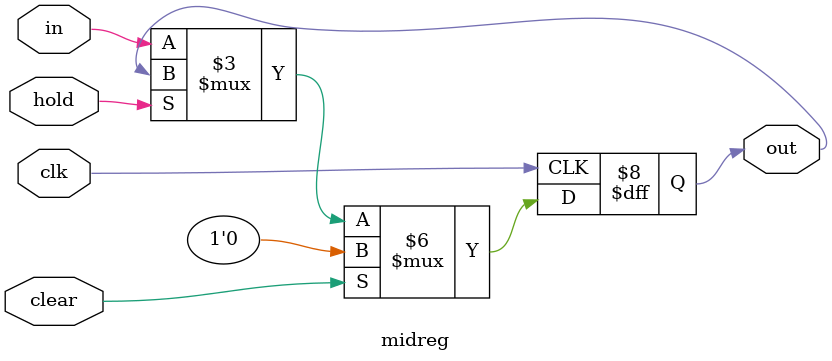
<source format=v>
`ifndef _mreg
`define _mreg

module midreg(
    input clk,
    input clear,
    input hold,
    input wire [N-1:0] in,
    output reg [N-1:0] out
);
    parameter N = 1;
    always @(posedge clk) begin
        if(clear) begin
            out <= {N{1'b0}};
        end 
        else if(hold) begin 
            out <= out;
        end
        else begin 
            out <= in;
        end 
    end

endmodule // midreg


`endif
</source>
